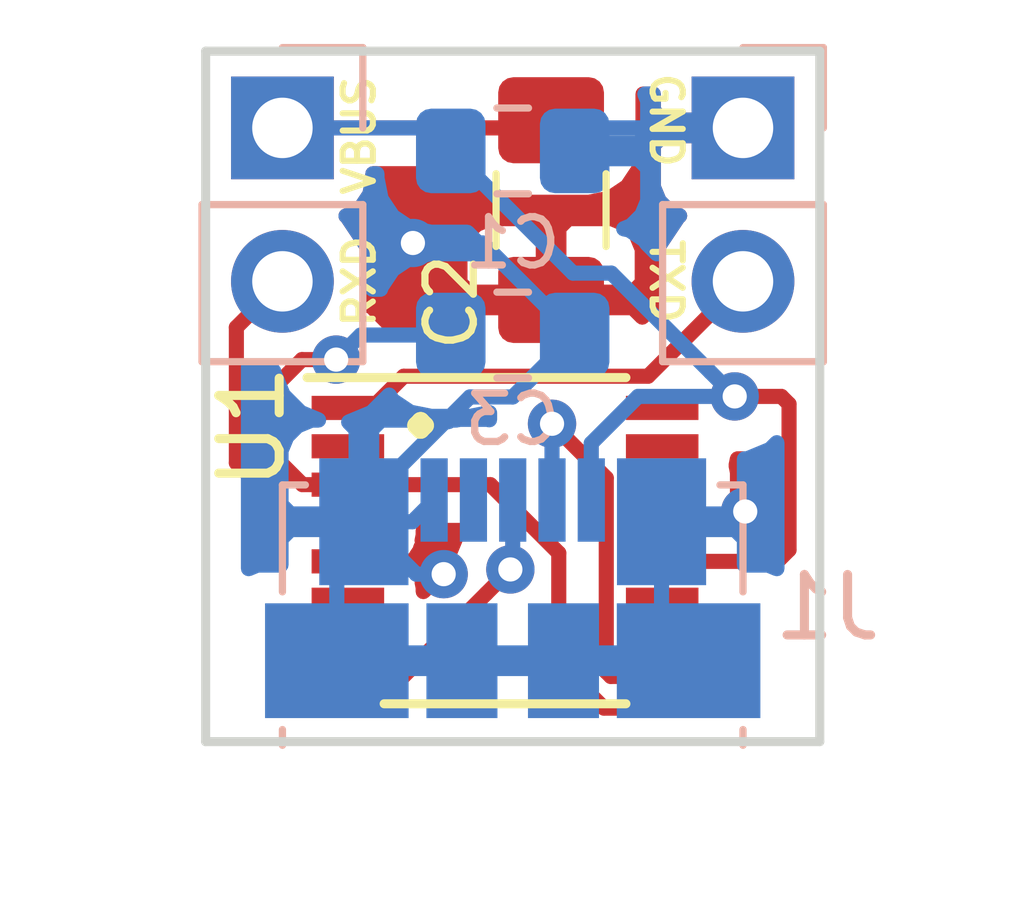
<source format=kicad_pcb>
(kicad_pcb (version 20171130) (host pcbnew 5.0.0)

  (general
    (thickness 1.6)
    (drawings 9)
    (tracks 78)
    (zones 0)
    (modules 7)
    (nets 16)
  )

  (page A4)
  (layers
    (0 F.Cu signal)
    (31 B.Cu signal)
    (32 B.Adhes user)
    (33 F.Adhes user)
    (34 B.Paste user)
    (35 F.Paste user)
    (36 B.SilkS user)
    (37 F.SilkS user)
    (38 B.Mask user)
    (39 F.Mask user)
    (40 Dwgs.User user)
    (41 Cmts.User user)
    (42 Eco1.User user)
    (43 Eco2.User user)
    (44 Edge.Cuts user)
    (45 Margin user)
    (46 B.CrtYd user)
    (47 F.CrtYd user)
    (48 B.Fab user)
    (49 F.Fab user)
  )

  (setup
    (last_trace_width 0.25)
    (trace_clearance 0.2)
    (zone_clearance 0.508)
    (zone_45_only no)
    (trace_min 0.2)
    (segment_width 0.2)
    (edge_width 0.15)
    (via_size 0.8)
    (via_drill 0.4)
    (via_min_size 0.4)
    (via_min_drill 0.3)
    (uvia_size 0.3)
    (uvia_drill 0.1)
    (uvias_allowed no)
    (uvia_min_size 0.2)
    (uvia_min_drill 0.1)
    (pcb_text_width 0.3)
    (pcb_text_size 1.5 1.5)
    (mod_edge_width 0.15)
    (mod_text_size 1 1)
    (mod_text_width 0.15)
    (pad_size 1.75 0.45)
    (pad_drill 0)
    (pad_to_mask_clearance 0.2)
    (aux_axis_origin 0 0)
    (visible_elements FFFFFF7F)
    (pcbplotparams
      (layerselection 0x010fc_ffffffff)
      (usegerberextensions false)
      (usegerberattributes false)
      (usegerberadvancedattributes false)
      (creategerberjobfile false)
      (excludeedgelayer true)
      (linewidth 0.100000)
      (plotframeref false)
      (viasonmask false)
      (mode 1)
      (useauxorigin false)
      (hpglpennumber 1)
      (hpglpenspeed 20)
      (hpglpendiameter 15.000000)
      (psnegative false)
      (psa4output false)
      (plotreference true)
      (plotvalue true)
      (plotinvisibletext false)
      (padsonsilk false)
      (subtractmaskfromsilk false)
      (outputformat 1)
      (mirror false)
      (drillshape 1)
      (scaleselection 1)
      (outputdirectory ""))
  )

  (net 0 "")
  (net 1 "Net-(U1-Pad6)")
  (net 2 "Net-(U1-Pad11)")
  (net 3 "Net-(U1-Pad14)")
  (net 4 "Net-(J1-Pad4)")
  (net 5 GND)
  (net 6 /VBUS)
  (net 7 /TXD)
  (net 8 /RXD)
  (net 9 /USBDM)
  (net 10 /USBDP)
  (net 11 "Net-(U1-Pad2)")
  (net 12 "Net-(U1-Pad7)")
  (net 13 "Net-(U1-Pad15)")
  (net 14 "Net-(U1-Pad16)")
  (net 15 /3V3)

  (net_class Default "これはデフォルトのネット クラスです。"
    (clearance 0.2)
    (trace_width 0.25)
    (via_dia 0.8)
    (via_drill 0.4)
    (uvia_dia 0.3)
    (uvia_drill 0.1)
    (add_net /3V3)
    (add_net /RXD)
    (add_net /TXD)
    (add_net /USBDM)
    (add_net /USBDP)
    (add_net /VBUS)
    (add_net GND)
    (add_net "Net-(J1-Pad4)")
    (add_net "Net-(U1-Pad11)")
    (add_net "Net-(U1-Pad14)")
    (add_net "Net-(U1-Pad15)")
    (add_net "Net-(U1-Pad16)")
    (add_net "Net-(U1-Pad2)")
    (add_net "Net-(U1-Pad6)")
    (add_net "Net-(U1-Pad7)")
  )

  (module Capacitor_SMD:C_0805_2012Metric_Pad1.15x1.40mm_HandSolder (layer B.Cu) (tedit 5BA6338D) (tstamp 5BA72743)
    (at 151.13 99.441)
    (descr "Capacitor SMD 0805 (2012 Metric), square (rectangular) end terminal, IPC_7351 nominal with elongated pad for handsoldering. (Body size source: https://docs.google.com/spreadsheets/d/1BsfQQcO9C6DZCsRaXUlFlo91Tg2WpOkGARC1WS5S8t0/edit?usp=sharing), generated with kicad-footprint-generator")
    (tags "capacitor handsolder")
    (path /5BA5A511)
    (attr smd)
    (fp_text reference C1 (at 0 1.524) (layer B.SilkS)
      (effects (font (size 0.8 0.8) (thickness 0.12)) (justify mirror))
    )
    (fp_text value 0.1uF (at 0 -1.65) (layer B.Fab)
      (effects (font (size 1 1) (thickness 0.15)) (justify mirror))
    )
    (fp_line (start -1 -0.6) (end -1 0.6) (layer B.Fab) (width 0.1))
    (fp_line (start -1 0.6) (end 1 0.6) (layer B.Fab) (width 0.1))
    (fp_line (start 1 0.6) (end 1 -0.6) (layer B.Fab) (width 0.1))
    (fp_line (start 1 -0.6) (end -1 -0.6) (layer B.Fab) (width 0.1))
    (fp_line (start -0.261252 0.71) (end 0.261252 0.71) (layer B.SilkS) (width 0.12))
    (fp_line (start -0.261252 -0.71) (end 0.261252 -0.71) (layer B.SilkS) (width 0.12))
    (fp_line (start -1.85 -0.95) (end -1.85 0.95) (layer B.CrtYd) (width 0.05))
    (fp_line (start -1.85 0.95) (end 1.85 0.95) (layer B.CrtYd) (width 0.05))
    (fp_line (start 1.85 0.95) (end 1.85 -0.95) (layer B.CrtYd) (width 0.05))
    (fp_line (start 1.85 -0.95) (end -1.85 -0.95) (layer B.CrtYd) (width 0.05))
    (fp_text user %R (at 0 0) (layer B.Fab)
      (effects (font (size 0.5 0.5) (thickness 0.08)) (justify mirror))
    )
    (pad 1 smd roundrect (at -1.025 0) (size 1.15 1.4) (layers B.Cu B.Paste B.Mask) (roundrect_rratio 0.217391)
      (net 6 /VBUS))
    (pad 2 smd roundrect (at 1.025 0) (size 1.15 1.4) (layers B.Cu B.Paste B.Mask) (roundrect_rratio 0.217391)
      (net 5 GND))
    (model ${KISYS3DMOD}/Capacitor_SMD.3dshapes/C_0805_2012Metric.wrl
      (at (xyz 0 0 0))
      (scale (xyz 1 1 1))
      (rotate (xyz 0 0 0))
    )
  )

  (module Capacitor_SMD:C_1206_3216Metric_Pad1.42x1.75mm_HandSolder (layer F.Cu) (tedit 5BA63367) (tstamp 5BA72754)
    (at 151.765 100.4205 270)
    (descr "Capacitor SMD 1206 (3216 Metric), square (rectangular) end terminal, IPC_7351 nominal with elongated pad for handsoldering. (Body size source: http://www.tortai-tech.com/upload/download/2011102023233369053.pdf), generated with kicad-footprint-generator")
    (tags "capacitor handsolder")
    (path /5BA5A5A4)
    (attr smd)
    (fp_text reference C2 (at 1.524 1.651 270) (layer F.SilkS)
      (effects (font (size 0.8 0.8) (thickness 0.12)))
    )
    (fp_text value 10uF (at 0 1.82 270) (layer F.Fab)
      (effects (font (size 1 1) (thickness 0.15)))
    )
    (fp_line (start -1.6 0.8) (end -1.6 -0.8) (layer F.Fab) (width 0.1))
    (fp_line (start -1.6 -0.8) (end 1.6 -0.8) (layer F.Fab) (width 0.1))
    (fp_line (start 1.6 -0.8) (end 1.6 0.8) (layer F.Fab) (width 0.1))
    (fp_line (start 1.6 0.8) (end -1.6 0.8) (layer F.Fab) (width 0.1))
    (fp_line (start -0.602064 -0.91) (end 0.602064 -0.91) (layer F.SilkS) (width 0.12))
    (fp_line (start -0.602064 0.91) (end 0.602064 0.91) (layer F.SilkS) (width 0.12))
    (fp_line (start -2.45 1.12) (end -2.45 -1.12) (layer F.CrtYd) (width 0.05))
    (fp_line (start -2.45 -1.12) (end 2.45 -1.12) (layer F.CrtYd) (width 0.05))
    (fp_line (start 2.45 -1.12) (end 2.45 1.12) (layer F.CrtYd) (width 0.05))
    (fp_line (start 2.45 1.12) (end -2.45 1.12) (layer F.CrtYd) (width 0.05))
    (fp_text user %R (at 0 0 270) (layer B.Fab)
      (effects (font (size 0.8 0.8) (thickness 0.12)) (justify mirror))
    )
    (pad 1 smd roundrect (at -1.4875 0 270) (size 1.425 1.75) (layers F.Cu F.Paste F.Mask) (roundrect_rratio 0.175439)
      (net 6 /VBUS))
    (pad 2 smd roundrect (at 1.4875 0 270) (size 1.425 1.75) (layers F.Cu F.Paste F.Mask) (roundrect_rratio 0.175439)
      (net 5 GND))
    (model ${KISYS3DMOD}/Capacitor_SMD.3dshapes/C_1206_3216Metric.wrl
      (at (xyz 0 0 0))
      (scale (xyz 1 1 1))
      (rotate (xyz 0 0 0))
    )
  )

  (module Connector_USB:USB_Micro-B_Molex_47346-0001 (layer B.Cu) (tedit 5A1DC0BD) (tstamp 5BA72774)
    (at 151.13 106.68 180)
    (descr "Micro USB B receptable with flange, bottom-mount, SMD, right-angle (http://www.molex.com/pdm_docs/sd/473460001_sd.pdf)")
    (tags "Micro B USB SMD")
    (path /5BA66B76)
    (attr smd)
    (fp_text reference J1 (at -5.207 -0.318) (layer B.SilkS)
      (effects (font (size 1 1) (thickness 0.15)) (justify mirror))
    )
    (fp_text value USB_B_Micro (at 0 -4.6) (layer B.Fab)
      (effects (font (size 1 1) (thickness 0.15)) (justify mirror))
    )
    (fp_text user "PCB Edge" (at 0 -2.67) (layer Dwgs.User)
      (effects (font (size 0.4 0.4) (thickness 0.04)))
    )
    (fp_text user %R (at 0 -1.2 180) (layer B.Fab)
      (effects (font (size 1 1) (thickness 0.15)) (justify mirror))
    )
    (fp_line (start 3.81 1.71) (end 3.43 1.71) (layer B.SilkS) (width 0.12))
    (fp_line (start 4.6 -3.9) (end -4.6 -3.9) (layer B.CrtYd) (width 0.05))
    (fp_line (start 4.6 2.7) (end 4.6 -3.9) (layer B.CrtYd) (width 0.05))
    (fp_line (start -4.6 2.7) (end 4.6 2.7) (layer B.CrtYd) (width 0.05))
    (fp_line (start -4.6 -3.9) (end -4.6 2.7) (layer B.CrtYd) (width 0.05))
    (fp_line (start 3.75 -3.35) (end -3.75 -3.35) (layer B.Fab) (width 0.1))
    (fp_line (start 3.75 1.65) (end 3.75 -3.35) (layer B.Fab) (width 0.1))
    (fp_line (start -3.75 1.65) (end 3.75 1.65) (layer B.Fab) (width 0.1))
    (fp_line (start -3.75 -3.35) (end -3.75 1.65) (layer B.Fab) (width 0.1))
    (fp_line (start 3.81 -2.34) (end 3.81 -2.6) (layer B.SilkS) (width 0.12))
    (fp_line (start 3.81 1.71) (end 3.81 -0.06) (layer B.SilkS) (width 0.12))
    (fp_line (start -3.81 1.71) (end -3.43 1.71) (layer B.SilkS) (width 0.12))
    (fp_line (start -3.81 -0.06) (end -3.81 1.71) (layer B.SilkS) (width 0.12))
    (fp_line (start -3.81 -2.6) (end -3.81 -2.34) (layer B.SilkS) (width 0.12))
    (fp_line (start -3.25 -2.65) (end 3.25 -2.65) (layer B.Fab) (width 0.1))
    (pad 1 smd rect (at -1.3 1.46 180) (size 0.45 1.38) (layers B.Cu B.Paste B.Mask)
      (net 6 /VBUS))
    (pad 2 smd rect (at -0.65 1.46 180) (size 0.45 1.38) (layers B.Cu B.Paste B.Mask)
      (net 9 /USBDM))
    (pad 3 smd rect (at 0 1.46 180) (size 0.45 1.38) (layers B.Cu B.Paste B.Mask)
      (net 10 /USBDP))
    (pad 4 smd rect (at 0.65 1.46 180) (size 0.45 1.38) (layers B.Cu B.Paste B.Mask)
      (net 4 "Net-(J1-Pad4)"))
    (pad 5 smd rect (at 1.3 1.46 180) (size 0.45 1.38) (layers B.Cu B.Paste B.Mask)
      (net 5 GND))
    (pad 6 smd rect (at -2.4625 1.1 180) (size 1.475 2.1) (layers B.Cu B.Paste B.Mask)
      (net 5 GND))
    (pad 6 smd rect (at 2.4625 1.1 180) (size 1.475 2.1) (layers B.Cu B.Paste B.Mask)
      (net 5 GND))
    (pad 6 smd rect (at -2.91 -1.2 180) (size 2.375 1.9) (layers B.Cu B.Paste B.Mask)
      (net 5 GND))
    (pad 6 smd rect (at 2.91 -1.2 180) (size 2.375 1.9) (layers B.Cu B.Paste B.Mask)
      (net 5 GND))
    (pad 6 smd rect (at -0.84 -1.2 180) (size 1.175 1.9) (layers B.Cu B.Paste B.Mask)
      (net 5 GND))
    (pad 6 smd rect (at 0.84 -1.2 180) (size 1.175 1.9) (layers B.Cu B.Paste B.Mask)
      (net 5 GND))
    (model ${KISYS3DMOD}/Connector_USB.3dshapes/USB_Micro-B_Molex_47346-0001.wrl
      (at (xyz 0 0 0))
      (scale (xyz 1 1 1))
      (rotate (xyz 0 0 0))
    )
  )

  (module Capacitor_SMD:C_0805_2012Metric_Pad1.15x1.40mm_HandSolder (layer B.Cu) (tedit 5BA6337B) (tstamp 5BA7368B)
    (at 151.13 102.489)
    (descr "Capacitor SMD 0805 (2012 Metric), square (rectangular) end terminal, IPC_7351 nominal with elongated pad for handsoldering. (Body size source: https://docs.google.com/spreadsheets/d/1BsfQQcO9C6DZCsRaXUlFlo91Tg2WpOkGARC1WS5S8t0/edit?usp=sharing), generated with kicad-footprint-generator")
    (tags "capacitor handsolder")
    (path /5BA5F7DD)
    (attr smd)
    (fp_text reference C3 (at 0 1.397) (layer B.SilkS)
      (effects (font (size 0.8 0.8) (thickness 0.12)) (justify mirror))
    )
    (fp_text value 0.1uF (at 0 -1.65) (layer B.Fab)
      (effects (font (size 1 1) (thickness 0.15)) (justify mirror))
    )
    (fp_line (start -1 -0.6) (end -1 0.6) (layer B.Fab) (width 0.1))
    (fp_line (start -1 0.6) (end 1 0.6) (layer B.Fab) (width 0.1))
    (fp_line (start 1 0.6) (end 1 -0.6) (layer B.Fab) (width 0.1))
    (fp_line (start 1 -0.6) (end -1 -0.6) (layer B.Fab) (width 0.1))
    (fp_line (start -0.261252 0.71) (end 0.261252 0.71) (layer B.SilkS) (width 0.12))
    (fp_line (start -0.261252 -0.71) (end 0.261252 -0.71) (layer B.SilkS) (width 0.12))
    (fp_line (start -1.85 -0.95) (end -1.85 0.95) (layer B.CrtYd) (width 0.05))
    (fp_line (start -1.85 0.95) (end 1.85 0.95) (layer B.CrtYd) (width 0.05))
    (fp_line (start 1.85 0.95) (end 1.85 -0.95) (layer B.CrtYd) (width 0.05))
    (fp_line (start 1.85 -0.95) (end -1.85 -0.95) (layer B.CrtYd) (width 0.05))
    (fp_text user %R (at 0 0) (layer B.Fab)
      (effects (font (size 0.5 0.5) (thickness 0.08)) (justify mirror))
    )
    (pad 1 smd roundrect (at -1.025 0) (size 1.15 1.4) (layers B.Cu B.Paste B.Mask) (roundrect_rratio 0.217391)
      (net 15 /3V3))
    (pad 2 smd roundrect (at 1.025 0) (size 1.15 1.4) (layers B.Cu B.Paste B.Mask) (roundrect_rratio 0.217391)
      (net 5 GND))
    (model ${KISYS3DMOD}/Capacitor_SMD.3dshapes/C_0805_2012Metric.wrl
      (at (xyz 0 0 0))
      (scale (xyz 1 1 1))
      (rotate (xyz 0 0 0))
    )
  )

  (module Package_SO:SSOP-16_3.9x4.9mm_P0.635mm (layer F.Cu) (tedit 5A02F25C) (tstamp 5BA8A256)
    (at 151.003 105.918)
    (descr "SSOP16: plastic shrink small outline package; 16 leads; body width 3.9 mm; lead pitch 0.635; (see NXP SSOP-TSSOP-VSO-REFLOW.pdf and sot519-1_po.pdf)")
    (tags "SSOP 0.635")
    (path /5BA5EC2D)
    (attr smd)
    (fp_text reference U1 (at -4.191 -1.905 90) (layer F.SilkS)
      (effects (font (size 1 1) (thickness 0.15)))
    )
    (fp_text value FT230XS (at 0 3.5) (layer F.Fab)
      (effects (font (size 1 1) (thickness 0.15)))
    )
    (fp_line (start -0.95 -2.45) (end 1.95 -2.45) (layer F.Fab) (width 0.15))
    (fp_line (start 1.95 -2.45) (end 1.95 2.45) (layer F.Fab) (width 0.15))
    (fp_line (start 1.95 2.45) (end -1.95 2.45) (layer F.Fab) (width 0.15))
    (fp_line (start -1.95 2.45) (end -1.95 -1.45) (layer F.Fab) (width 0.15))
    (fp_line (start -1.95 -1.45) (end -0.95 -2.45) (layer F.Fab) (width 0.15))
    (fp_line (start -3.45 -2.85) (end -3.45 2.8) (layer F.CrtYd) (width 0.05))
    (fp_line (start 3.45 -2.85) (end 3.45 2.8) (layer F.CrtYd) (width 0.05))
    (fp_line (start -3.45 -2.85) (end 3.45 -2.85) (layer F.CrtYd) (width 0.05))
    (fp_line (start -3.45 2.8) (end 3.45 2.8) (layer F.CrtYd) (width 0.05))
    (fp_line (start -2 2.675) (end 2 2.675) (layer F.SilkS) (width 0.15))
    (fp_line (start -3.275 -2.725) (end 2 -2.725) (layer F.SilkS) (width 0.15))
    (fp_text user %R (at 0 0) (layer F.Fab)
      (effects (font (size 0.8 0.8) (thickness 0.15)))
    )
    (pad 1 smd rect (at -2.6 -2.2225) (size 1.2 0.4) (layers F.Cu F.Paste F.Mask)
      (net 7 /TXD))
    (pad 2 smd rect (at -2.6 -1.5875) (size 1.2 0.4) (layers F.Cu F.Paste F.Mask)
      (net 11 "Net-(U1-Pad2)"))
    (pad 3 smd rect (at -2.6 -0.9525) (size 1.2 0.4) (layers F.Cu F.Paste F.Mask)
      (net 15 /3V3))
    (pad 4 smd rect (at -2.6 -0.3175) (size 1.2 0.4) (layers F.Cu F.Paste F.Mask)
      (net 8 /RXD))
    (pad 5 smd rect (at -2.6 0.3175) (size 1.2 0.4) (layers F.Cu F.Paste F.Mask)
      (net 5 GND))
    (pad 6 smd rect (at -2.6 0.9525) (size 1.2 0.4) (layers F.Cu F.Paste F.Mask)
      (net 1 "Net-(U1-Pad6)"))
    (pad 7 smd rect (at -2.6 1.5875) (size 1.2 0.4) (layers F.Cu F.Paste F.Mask)
      (net 12 "Net-(U1-Pad7)"))
    (pad 8 smd rect (at -2.6 2.2225) (size 1.2 0.4) (layers F.Cu F.Paste F.Mask)
      (net 10 /USBDP))
    (pad 9 smd rect (at 2.6 2.2225) (size 1.2 0.4) (layers F.Cu F.Paste F.Mask)
      (net 9 /USBDM))
    (pad 10 smd rect (at 2.6 1.5875) (size 1.2 0.4) (layers F.Cu F.Paste F.Mask)
      (net 15 /3V3))
    (pad 11 smd rect (at 2.6 0.9525) (size 1.2 0.4) (layers F.Cu F.Paste F.Mask)
      (net 2 "Net-(U1-Pad11)"))
    (pad 12 smd rect (at 2.6 0.3175) (size 1.2 0.4) (layers F.Cu F.Paste F.Mask)
      (net 6 /VBUS))
    (pad 13 smd rect (at 2.6 -0.3175) (size 1.2 0.4) (layers F.Cu F.Paste F.Mask)
      (net 5 GND))
    (pad 14 smd rect (at 2.6 -0.9525) (size 1.2 0.4) (layers F.Cu F.Paste F.Mask)
      (net 3 "Net-(U1-Pad14)"))
    (pad 15 smd rect (at 2.6 -1.5875) (size 1.2 0.4) (layers F.Cu F.Paste F.Mask)
      (net 13 "Net-(U1-Pad15)"))
    (pad 16 smd rect (at 2.6 -2.2225) (size 1.2 0.4) (layers F.Cu F.Paste F.Mask)
      (net 14 "Net-(U1-Pad16)"))
    (model ${KISYS3DMOD}/Package_SO.3dshapes/SSOP-16_3.9x4.9mm_P0.635mm.wrl
      (at (xyz 0 0 0))
      (scale (xyz 1 1 1))
      (rotate (xyz 0 0 0))
    )
  )

  (module Connector_PinHeader_2.54mm:PinHeader_1x02_P2.54mm_Vertical (layer B.Cu) (tedit 5BA63E71) (tstamp 5BA99FA3)
    (at 147.32 99.06 180)
    (descr "Through hole straight pin header, 1x02, 2.54mm pitch, single row")
    (tags "Through hole pin header THT 1x02 2.54mm single row")
    (path /5BAA5695)
    (fp_text reference J2 (at 0 2.33 180) (layer B.SilkS) hide
      (effects (font (size 1 1) (thickness 0.15)) (justify mirror))
    )
    (fp_text value Conn_01x02 (at 0 -4.87 180) (layer B.Fab)
      (effects (font (size 1 1) (thickness 0.15)) (justify mirror))
    )
    (fp_text user %R (at 0 -1.27 90) (layer B.Fab)
      (effects (font (size 1 1) (thickness 0.15)) (justify mirror))
    )
    (fp_line (start 1.8 1.8) (end -1.8 1.8) (layer B.CrtYd) (width 0.05))
    (fp_line (start 1.8 -4.35) (end 1.8 1.8) (layer B.CrtYd) (width 0.05))
    (fp_line (start -1.8 -4.35) (end 1.8 -4.35) (layer B.CrtYd) (width 0.05))
    (fp_line (start -1.8 1.8) (end -1.8 -4.35) (layer B.CrtYd) (width 0.05))
    (fp_line (start -1.33 1.33) (end 0 1.33) (layer B.SilkS) (width 0.12))
    (fp_line (start -1.33 0) (end -1.33 1.33) (layer B.SilkS) (width 0.12))
    (fp_line (start -1.33 -1.27) (end 1.33 -1.27) (layer B.SilkS) (width 0.12))
    (fp_line (start 1.33 -1.27) (end 1.33 -3.87) (layer B.SilkS) (width 0.12))
    (fp_line (start -1.33 -1.27) (end -1.33 -3.87) (layer B.SilkS) (width 0.12))
    (fp_line (start -1.33 -3.87) (end 1.33 -3.87) (layer B.SilkS) (width 0.12))
    (fp_line (start -1.27 0.635) (end -0.635 1.27) (layer B.Fab) (width 0.1))
    (fp_line (start -1.27 -3.81) (end -1.27 0.635) (layer B.Fab) (width 0.1))
    (fp_line (start 1.27 -3.81) (end -1.27 -3.81) (layer B.Fab) (width 0.1))
    (fp_line (start 1.27 1.27) (end 1.27 -3.81) (layer B.Fab) (width 0.1))
    (fp_line (start -0.635 1.27) (end 1.27 1.27) (layer B.Fab) (width 0.1))
    (pad 2 thru_hole oval (at 0 -2.54 180) (size 1.7 1.7) (drill 1) (layers *.Cu *.Mask)
      (net 8 /RXD))
    (pad 1 thru_hole rect (at 0 0 180) (size 1.7 1.7) (drill 1) (layers *.Cu *.Mask)
      (net 6 /VBUS))
    (model ${KISYS3DMOD}/Connector_PinHeader_2.54mm.3dshapes/PinHeader_1x02_P2.54mm_Vertical.wrl
      (at (xyz 0 0 0))
      (scale (xyz 1 1 1))
      (rotate (xyz 0 0 0))
    )
  )

  (module Connector_PinHeader_2.54mm:PinHeader_1x02_P2.54mm_Vertical (layer B.Cu) (tedit 5BA63E6C) (tstamp 5BA99FB8)
    (at 154.94 99.06 180)
    (descr "Through hole straight pin header, 1x02, 2.54mm pitch, single row")
    (tags "Through hole pin header THT 1x02 2.54mm single row")
    (path /5BA5F229)
    (fp_text reference J3 (at 0 2.33 180) (layer B.SilkS) hide
      (effects (font (size 1 1) (thickness 0.15)) (justify mirror))
    )
    (fp_text value Conn_01x02 (at 0 -4.87 180) (layer B.Fab)
      (effects (font (size 1 1) (thickness 0.15)) (justify mirror))
    )
    (fp_line (start -0.635 1.27) (end 1.27 1.27) (layer B.Fab) (width 0.1))
    (fp_line (start 1.27 1.27) (end 1.27 -3.81) (layer B.Fab) (width 0.1))
    (fp_line (start 1.27 -3.81) (end -1.27 -3.81) (layer B.Fab) (width 0.1))
    (fp_line (start -1.27 -3.81) (end -1.27 0.635) (layer B.Fab) (width 0.1))
    (fp_line (start -1.27 0.635) (end -0.635 1.27) (layer B.Fab) (width 0.1))
    (fp_line (start -1.33 -3.87) (end 1.33 -3.87) (layer B.SilkS) (width 0.12))
    (fp_line (start -1.33 -1.27) (end -1.33 -3.87) (layer B.SilkS) (width 0.12))
    (fp_line (start 1.33 -1.27) (end 1.33 -3.87) (layer B.SilkS) (width 0.12))
    (fp_line (start -1.33 -1.27) (end 1.33 -1.27) (layer B.SilkS) (width 0.12))
    (fp_line (start -1.33 0) (end -1.33 1.33) (layer B.SilkS) (width 0.12))
    (fp_line (start -1.33 1.33) (end 0 1.33) (layer B.SilkS) (width 0.12))
    (fp_line (start -1.8 1.8) (end -1.8 -4.35) (layer B.CrtYd) (width 0.05))
    (fp_line (start -1.8 -4.35) (end 1.8 -4.35) (layer B.CrtYd) (width 0.05))
    (fp_line (start 1.8 -4.35) (end 1.8 1.8) (layer B.CrtYd) (width 0.05))
    (fp_line (start 1.8 1.8) (end -1.8 1.8) (layer B.CrtYd) (width 0.05))
    (fp_text user %R (at 0 -1.27 90) (layer B.Fab)
      (effects (font (size 1 1) (thickness 0.15)) (justify mirror))
    )
    (pad 1 thru_hole rect (at 0 0 180) (size 1.7 1.7) (drill 1) (layers *.Cu *.Mask)
      (net 5 GND))
    (pad 2 thru_hole oval (at 0 -2.54 180) (size 1.7 1.7) (drill 1) (layers *.Cu *.Mask)
      (net 7 /TXD))
    (model ${KISYS3DMOD}/Connector_PinHeader_2.54mm.3dshapes/PinHeader_1x02_P2.54mm_Vertical.wrl
      (at (xyz 0 0 0))
      (scale (xyz 1 1 1))
      (rotate (xyz 0 0 0))
    )
  )

  (gr_text . (at 149.606 103.378) (layer F.SilkS)
    (effects (font (size 1.5 1.5) (thickness 0.3)))
  )
  (gr_text VBUS (at 148.59 99.187 -270) (layer F.SilkS) (tstamp 5BA88464)
    (effects (font (size 0.5 0.5) (thickness 0.1)))
  )
  (gr_text TXD (at 153.67 101.6 -90) (layer F.SilkS) (tstamp 5BA883FC)
    (effects (font (size 0.5 0.5) (thickness 0.1)))
  )
  (gr_text RXD (at 148.59 101.6 90) (layer F.SilkS) (tstamp 5BA883C8)
    (effects (font (size 0.5 0.5) (thickness 0.1)))
  )
  (gr_text GND (at 153.67 98.933 -90) (layer F.SilkS)
    (effects (font (size 0.5 0.5) (thickness 0.1)))
  )
  (gr_line (start 146.05 109.22) (end 146.05 97.79) (layer Edge.Cuts) (width 0.15))
  (gr_line (start 156.21 109.22) (end 146.05 109.22) (layer Edge.Cuts) (width 0.15))
  (gr_line (start 156.21 97.79) (end 156.21 109.22) (layer Edge.Cuts) (width 0.15))
  (gr_line (start 146.05 97.79) (end 156.21 97.79) (layer Edge.Cuts) (width 0.15))

  (segment (start 152.536 99.06) (end 152.155 99.441) (width 0.25) (layer B.Cu) (net 5))
  (segment (start 154.94 99.06) (end 152.536 99.06) (width 0.25) (layer B.Cu) (net 5))
  (segment (start 148.22 106.0275) (end 148.6675 105.58) (width 0.25) (layer B.Cu) (net 5))
  (segment (start 148.22 107.88) (end 148.22 106.0275) (width 0.25) (layer B.Cu) (net 5))
  (segment (start 149.47 105.58) (end 149.83 105.22) (width 0.25) (layer B.Cu) (net 5))
  (segment (start 148.6675 105.58) (end 149.47 105.58) (width 0.25) (layer B.Cu) (net 5))
  (segment (start 153.5925 107.4325) (end 154.04 107.88) (width 0.25) (layer B.Cu) (net 5))
  (segment (start 153.5925 105.58) (end 153.5925 107.4325) (width 0.25) (layer B.Cu) (net 5))
  (segment (start 150.42099 103.51401) (end 148.6675 105.2675) (width 0.25) (layer B.Cu) (net 5))
  (segment (start 148.6675 105.2675) (end 148.6675 105.58) (width 0.25) (layer B.Cu) (net 5))
  (segment (start 151.12999 103.51401) (end 150.42099 103.51401) (width 0.25) (layer B.Cu) (net 5))
  (segment (start 152.155 102.489) (end 151.12999 103.51401) (width 0.25) (layer B.Cu) (net 5))
  (via (at 149.479 100.965) (size 0.8) (drill 0.4) (layers F.Cu B.Cu) (net 5))
  (segment (start 150.631 100.965) (end 149.479 100.965) (width 0.25) (layer B.Cu) (net 5))
  (segment (start 152.155 102.489) (end 150.631 100.965) (width 0.25) (layer B.Cu) (net 5))
  (via (at 149.987837 106.447239) (size 0.8) (drill 0.4) (layers F.Cu B.Cu) (net 5))
  (segment (start 148.403 106.2355) (end 149.776098 106.2355) (width 0.25) (layer F.Cu) (net 5))
  (segment (start 149.776098 106.2355) (end 149.987837 106.447239) (width 0.25) (layer F.Cu) (net 5))
  (segment (start 149.534739 106.447239) (end 148.6675 105.58) (width 0.25) (layer B.Cu) (net 5))
  (segment (start 149.987837 106.447239) (end 149.534739 106.447239) (width 0.25) (layer B.Cu) (net 5))
  (via (at 154.977 105.41) (size 0.8) (drill 0.4) (layers F.Cu B.Cu) (net 5))
  (segment (start 153.603 105.6005) (end 154.7865 105.6005) (width 0.25) (layer F.Cu) (net 5))
  (segment (start 154.7865 105.6005) (end 154.977 105.41) (width 0.25) (layer F.Cu) (net 5))
  (segment (start 151.638 99.06) (end 151.765 98.933) (width 0.25) (layer F.Cu) (net 6))
  (segment (start 147.32 99.06) (end 151.638 99.06) (width 0.25) (layer F.Cu) (net 6))
  (segment (start 149.724 99.06) (end 150.105 99.441) (width 0.25) (layer B.Cu) (net 6))
  (segment (start 147.32 99.06) (end 149.724 99.06) (width 0.25) (layer B.Cu) (net 6))
  (via (at 154.803016 103.505) (size 0.8) (drill 0.4) (layers F.Cu B.Cu) (net 6))
  (segment (start 152.43 104.28) (end 152.43 105.22) (width 0.25) (layer B.Cu) (net 6))
  (segment (start 153.205 103.505) (end 152.43 104.28) (width 0.25) (layer B.Cu) (net 6))
  (segment (start 154.803016 103.505) (end 153.205 103.505) (width 0.25) (layer B.Cu) (net 6))
  (segment (start 152.762006 101.46399) (end 154.403017 103.105001) (width 0.25) (layer B.Cu) (net 6))
  (segment (start 150.105 99.441) (end 152.12799 101.46399) (width 0.25) (layer B.Cu) (net 6))
  (segment (start 152.12799 101.46399) (end 152.762006 101.46399) (width 0.25) (layer B.Cu) (net 6))
  (segment (start 154.403017 103.105001) (end 154.803016 103.505) (width 0.25) (layer B.Cu) (net 6))
  (segment (start 155.702 106.045) (end 155.5115 106.2355) (width 0.25) (layer F.Cu) (net 6))
  (segment (start 155.5115 106.2355) (end 153.603 106.2355) (width 0.25) (layer F.Cu) (net 6))
  (segment (start 155.702 103.632) (end 155.702 106.045) (width 0.25) (layer F.Cu) (net 6))
  (segment (start 154.803016 103.505) (end 155.575 103.505) (width 0.25) (layer F.Cu) (net 6))
  (segment (start 155.575 103.505) (end 155.702 103.632) (width 0.25) (layer F.Cu) (net 6))
  (segment (start 153.369501 103.170499) (end 149.328001 103.170499) (width 0.25) (layer F.Cu) (net 7))
  (segment (start 148.803 103.6955) (end 148.403 103.6955) (width 0.25) (layer F.Cu) (net 7))
  (segment (start 149.328001 103.170499) (end 148.803 103.6955) (width 0.25) (layer F.Cu) (net 7))
  (segment (start 154.94 101.6) (end 153.369501 103.170499) (width 0.25) (layer F.Cu) (net 7))
  (segment (start 146.558 104.6055) (end 147.553 105.6005) (width 0.25) (layer F.Cu) (net 8))
  (segment (start 147.32 101.6) (end 146.558 102.362) (width 0.25) (layer F.Cu) (net 8))
  (segment (start 147.553 105.6005) (end 148.403 105.6005) (width 0.25) (layer F.Cu) (net 8))
  (segment (start 146.558 102.362) (end 146.558 104.6055) (width 0.25) (layer F.Cu) (net 8))
  (via (at 151.780577 103.957703) (size 0.8) (drill 0.4) (layers F.Cu B.Cu) (net 9))
  (segment (start 151.78 105.22) (end 151.78 103.95828) (width 0.25) (layer B.Cu) (net 9))
  (segment (start 151.78 103.95828) (end 151.780577 103.957703) (width 0.25) (layer B.Cu) (net 9))
  (segment (start 152.677999 108.065499) (end 152.753 108.1405) (width 0.25) (layer F.Cu) (net 9))
  (segment (start 152.753 108.1405) (end 153.603 108.1405) (width 0.25) (layer F.Cu) (net 9))
  (segment (start 152.677999 104.855125) (end 152.677999 108.065499) (width 0.25) (layer F.Cu) (net 9))
  (segment (start 151.780577 103.957703) (end 152.677999 104.855125) (width 0.25) (layer F.Cu) (net 9))
  (via (at 151.091082 106.3693) (size 0.8) (drill 0.4) (layers F.Cu B.Cu) (net 10))
  (segment (start 148.403 108.1405) (end 149.319882 108.1405) (width 0.25) (layer F.Cu) (net 10))
  (segment (start 149.319882 108.1405) (end 150.691083 106.769299) (width 0.25) (layer F.Cu) (net 10))
  (segment (start 150.691083 106.769299) (end 151.091082 106.3693) (width 0.25) (layer F.Cu) (net 10))
  (segment (start 151.13 106.330382) (end 151.091082 106.3693) (width 0.25) (layer B.Cu) (net 10))
  (segment (start 151.13 105.22) (end 151.13 106.330382) (width 0.25) (layer B.Cu) (net 10))
  (via (at 148.209 102.895498) (size 0.8) (drill 0.4) (layers F.Cu B.Cu) (net 15))
  (segment (start 150.105 102.489) (end 148.615498 102.489) (width 0.25) (layer B.Cu) (net 15))
  (segment (start 148.615498 102.489) (end 148.209 102.895498) (width 0.25) (layer B.Cu) (net 15))
  (segment (start 147.652998 104.9655) (end 148.403 104.9655) (width 0.25) (layer F.Cu) (net 15))
  (segment (start 147.193 104.505502) (end 147.652998 104.9655) (width 0.25) (layer F.Cu) (net 15))
  (segment (start 147.643315 102.895498) (end 147.193 103.345813) (width 0.25) (layer F.Cu) (net 15))
  (segment (start 147.193 103.345813) (end 147.193 104.505502) (width 0.25) (layer F.Cu) (net 15))
  (segment (start 148.209 102.895498) (end 147.643315 102.895498) (width 0.25) (layer F.Cu) (net 15))
  (segment (start 154.453 107.5055) (end 153.603 107.5055) (width 0.25) (layer F.Cu) (net 15))
  (segment (start 150.760284 104.9655) (end 151.892 106.097216) (width 0.25) (layer F.Cu) (net 15))
  (segment (start 148.403 104.9655) (end 150.760284 104.9655) (width 0.25) (layer F.Cu) (net 15))
  (segment (start 152.641591 108.665501) (end 154.463001 108.665501) (width 0.25) (layer F.Cu) (net 15))
  (segment (start 154.528001 108.600501) (end 154.528001 107.580501) (width 0.25) (layer F.Cu) (net 15))
  (segment (start 151.892 106.097216) (end 151.892 107.91591) (width 0.25) (layer F.Cu) (net 15))
  (segment (start 151.892 107.91591) (end 152.641591 108.665501) (width 0.25) (layer F.Cu) (net 15))
  (segment (start 154.528001 107.580501) (end 154.453 107.5055) (width 0.25) (layer F.Cu) (net 15))
  (segment (start 154.463001 108.665501) (end 154.528001 108.600501) (width 0.25) (layer F.Cu) (net 15))

  (zone (net 5) (net_name GND) (layer F.Cu) (tstamp 0) (hatch edge 0.508)
    (connect_pads (clearance 0.508))
    (min_thickness 0.254)
    (fill yes (arc_segments 16) (thermal_gap 0.508) (thermal_bridge_width 0.508))
    (polygon
      (pts
        (xy 146.05 97.79) (xy 156.21 97.79) (xy 156.21 109.22) (xy 146.05 109.22)
      )
    )
    (filled_polygon
      (pts
        (xy 150.213651 105.78302) (xy 150.056082 106.163426) (xy 150.056082 106.329498) (xy 149.65044 106.73514) (xy 149.65044 106.6705)
        (xy 149.631798 106.576782) (xy 149.638 106.56181) (xy 149.638 106.49425) (xy 149.609766 106.466016) (xy 149.601157 106.422735)
        (xy 149.47605 106.2355) (xy 149.601157 106.048265) (xy 149.609766 106.004984) (xy 149.638 105.97675) (xy 149.638 105.90919)
        (xy 149.631798 105.894218) (xy 149.65044 105.8005) (xy 149.65044 105.7255) (xy 150.271171 105.7255)
      )
    )
    (filled_polygon
      (pts
        (xy 154.942001 105.4755) (xy 154.838 105.4755) (xy 154.838 105.473498) (xy 154.760911 105.473498) (xy 154.801157 105.413265)
        (xy 154.809766 105.369984) (xy 154.838 105.34175) (xy 154.838 105.27419) (xy 154.831798 105.259218) (xy 154.85044 105.1655)
        (xy 154.85044 104.7655) (xy 154.827068 104.648) (xy 154.84855 104.54) (xy 154.942 104.54)
      )
    )
    (filled_polygon
      (pts
        (xy 153.455 98.77425) (xy 153.61375 98.933) (xy 154.813 98.933) (xy 154.813 98.913) (xy 155.067 98.913)
        (xy 155.067 98.933) (xy 155.087 98.933) (xy 155.087 99.187) (xy 155.067 99.187) (xy 155.067 99.207)
        (xy 154.813 99.207) (xy 154.813 99.187) (xy 153.61375 99.187) (xy 153.455 99.34575) (xy 153.455 100.03631)
        (xy 153.551673 100.269699) (xy 153.730302 100.448327) (xy 153.891033 100.514904) (xy 153.869375 100.529375) (xy 153.541161 101.020582)
        (xy 153.425908 101.6) (xy 153.498791 101.966408) (xy 153.273224 102.191974) (xy 153.11625 102.035) (xy 151.892 102.035)
        (xy 151.892 102.055) (xy 151.638 102.055) (xy 151.638 102.035) (xy 150.41375 102.035) (xy 150.255 102.19375)
        (xy 150.255 102.410499) (xy 149.402849 102.410499) (xy 149.328001 102.395611) (xy 149.253153 102.410499) (xy 149.253149 102.410499)
        (xy 149.13788 102.433427) (xy 149.086431 102.309218) (xy 148.79528 102.018067) (xy 148.754309 102.001096) (xy 148.834092 101.6)
        (xy 148.728508 101.069191) (xy 150.255 101.069191) (xy 150.255 101.62225) (xy 150.41375 101.781) (xy 151.638 101.781)
        (xy 151.638 100.71925) (xy 151.892 100.71925) (xy 151.892 101.781) (xy 153.11625 101.781) (xy 153.275 101.62225)
        (xy 153.275 101.069191) (xy 153.178327 100.835802) (xy 152.999699 100.657173) (xy 152.76631 100.5605) (xy 152.05075 100.5605)
        (xy 151.892 100.71925) (xy 151.638 100.71925) (xy 151.47925 100.5605) (xy 150.76369 100.5605) (xy 150.530301 100.657173)
        (xy 150.351673 100.835802) (xy 150.255 101.069191) (xy 148.728508 101.069191) (xy 148.718839 101.020582) (xy 148.390625 100.529375)
        (xy 148.372381 100.517184) (xy 148.417765 100.508157) (xy 148.627809 100.367809) (xy 148.768157 100.157765) (xy 148.81744 99.91)
        (xy 148.81744 99.82) (xy 150.36504 99.82) (xy 150.505414 100.030086) (xy 150.796565 100.224626) (xy 151.14 100.29294)
        (xy 152.39 100.29294) (xy 152.733435 100.224626) (xy 153.024586 100.030086) (xy 153.219126 99.738935) (xy 153.28744 99.3955)
        (xy 153.28744 98.5) (xy 153.455 98.5)
      )
    )
  )
  (zone (net 5) (net_name GND) (layer B.Cu) (tstamp 0) (hatch edge 0.508)
    (connect_pads (clearance 0.508))
    (min_thickness 0.254)
    (fill yes (arc_segments 16) (thermal_gap 0.508) (thermal_bridge_width 0.508))
    (polygon
      (pts
        (xy 146.05 97.79) (xy 156.21 97.79) (xy 156.21 109.22) (xy 146.05 109.22)
      )
    )
    (filled_polygon
      (pts
        (xy 148.347 107.753) (xy 150.163 107.753) (xy 150.163 107.733) (xy 150.417 107.733) (xy 150.417 107.753)
        (xy 151.843 107.753) (xy 151.843 107.733) (xy 152.097 107.733) (xy 152.097 107.753) (xy 153.913 107.753)
        (xy 153.913 107.733) (xy 154.167 107.733) (xy 154.167 107.753) (xy 154.187 107.753) (xy 154.187 108.007)
        (xy 154.167 108.007) (xy 154.167 108.027) (xy 153.913 108.027) (xy 153.913 108.007) (xy 152.097 108.007)
        (xy 152.097 108.027) (xy 151.843 108.027) (xy 151.843 108.007) (xy 150.417 108.007) (xy 150.417 108.027)
        (xy 150.163 108.027) (xy 150.163 108.007) (xy 148.347 108.007) (xy 148.347 108.027) (xy 148.093 108.027)
        (xy 148.093 108.007) (xy 148.073 108.007) (xy 148.073 107.753) (xy 148.093 107.753) (xy 148.093 107.733)
        (xy 148.347 107.733)
      )
    )
    (filled_polygon
      (pts
        (xy 155.500001 106.355555) (xy 155.353809 106.295) (xy 154.965 106.295) (xy 154.965 105.86575) (xy 154.80625 105.707)
        (xy 153.7195 105.707) (xy 153.7195 105.727) (xy 153.4655 105.727) (xy 153.4655 105.707) (xy 153.4455 105.707)
        (xy 153.4455 105.453) (xy 153.4655 105.453) (xy 153.4655 105.433) (xy 153.7195 105.433) (xy 153.7195 105.453)
        (xy 154.80625 105.453) (xy 154.965 105.29425) (xy 154.965 104.54) (xy 155.00889 104.54) (xy 155.389296 104.382431)
        (xy 155.500001 104.271726)
      )
    )
    (filled_polygon
      (pts
        (xy 147.173744 103.085) (xy 147.174 103.085) (xy 147.174 103.101372) (xy 147.331569 103.481778) (xy 147.62272 103.772929)
        (xy 147.917426 103.895) (xy 147.803691 103.895) (xy 147.570302 103.991673) (xy 147.391673 104.170301) (xy 147.295 104.40369)
        (xy 147.295 105.29425) (xy 147.45375 105.453) (xy 148.5405 105.453) (xy 148.5405 104.05375) (xy 148.416553 103.929803)
        (xy 148.79528 103.772929) (xy 149.085015 103.483194) (xy 149.145414 103.573586) (xy 149.436564 103.768127) (xy 149.779999 103.83644)
        (xy 150.430001 103.83644) (xy 150.745577 103.773668) (xy 150.745577 103.890631) (xy 150.705 103.88256) (xy 150.255 103.88256)
        (xy 150.184926 103.896498) (xy 150.181309 103.895) (xy 150.10125 103.895) (xy 150.078603 103.917647) (xy 150.007235 103.931843)
        (xy 149.82598 104.052955) (xy 149.764698 103.991673) (xy 149.578154 103.914404) (xy 149.55875 103.895) (xy 148.95325 103.895)
        (xy 148.7945 104.05375) (xy 148.7945 105.453) (xy 148.8145 105.453) (xy 148.8145 105.707) (xy 148.7945 105.707)
        (xy 148.7945 105.727) (xy 148.5405 105.727) (xy 148.5405 105.707) (xy 147.45375 105.707) (xy 147.295 105.86575)
        (xy 147.295 106.295) (xy 146.906191 106.295) (xy 146.76 106.355554) (xy 146.76 103.002701)
      )
    )
    (filled_polygon
      (pts
        (xy 152.282 102.362) (xy 152.302 102.362) (xy 152.302 102.616) (xy 152.282 102.616) (xy 152.282 102.636)
        (xy 152.028 102.636) (xy 152.028 102.616) (xy 152.008 102.616) (xy 152.008 102.362) (xy 152.028 102.362)
        (xy 152.028 102.342) (xy 152.282 102.342)
      )
    )
    (filled_polygon
      (pts
        (xy 148.88256 99.891001) (xy 148.950873 100.234436) (xy 149.145414 100.525586) (xy 149.436564 100.720127) (xy 149.779999 100.78844)
        (xy 150.377639 100.78844) (xy 150.850693 101.261495) (xy 150.773436 101.209873) (xy 150.430001 101.14156) (xy 149.779999 101.14156)
        (xy 149.436564 101.209873) (xy 149.145414 101.404414) (xy 148.950873 101.695564) (xy 148.944222 101.729) (xy 148.808432 101.729)
        (xy 148.834092 101.6) (xy 148.718839 101.020582) (xy 148.390625 100.529375) (xy 148.372381 100.517184) (xy 148.417765 100.508157)
        (xy 148.627809 100.367809) (xy 148.768157 100.157765) (xy 148.81744 99.91) (xy 148.81744 99.82) (xy 148.88256 99.82)
      )
    )
    (filled_polygon
      (pts
        (xy 153.455 98.77425) (xy 153.61375 98.933) (xy 154.813 98.933) (xy 154.813 98.913) (xy 155.067 98.913)
        (xy 155.067 98.933) (xy 155.087 98.933) (xy 155.087 99.187) (xy 155.067 99.187) (xy 155.067 99.207)
        (xy 154.813 99.207) (xy 154.813 99.187) (xy 153.61375 99.187) (xy 153.455 99.34575) (xy 153.455 100.03631)
        (xy 153.551673 100.269699) (xy 153.730302 100.448327) (xy 153.891033 100.514904) (xy 153.869375 100.529375) (xy 153.541161 101.020582)
        (xy 153.516646 101.143829) (xy 153.352337 100.97952) (xy 153.309935 100.916061) (xy 153.058543 100.748086) (xy 152.967446 100.729966)
        (xy 153.089698 100.679327) (xy 153.268327 100.500699) (xy 153.365 100.26731) (xy 153.365 99.72675) (xy 153.20625 99.568)
        (xy 152.282 99.568) (xy 152.282 99.588) (xy 152.028 99.588) (xy 152.028 99.568) (xy 152.008 99.568)
        (xy 152.008 99.314) (xy 152.028 99.314) (xy 152.028 99.294) (xy 152.282 99.294) (xy 152.282 99.314)
        (xy 153.20625 99.314) (xy 153.365 99.15525) (xy 153.365 98.61469) (xy 153.317494 98.5) (xy 153.455 98.5)
      )
    )
  )
)

</source>
